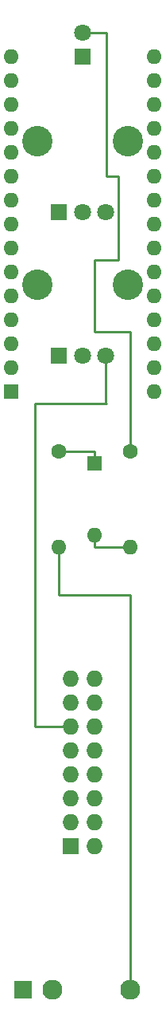
<source format=gtl>
G04 #@! TF.GenerationSoftware,KiCad,Pcbnew,(5.1.2)-2*
G04 #@! TF.CreationDate,2019-07-05T08:21:06+01:00*
G04 #@! TF.ProjectId,mod_synth_clk,6d6f645f-7379-46e7-9468-5f636c6b2e6b,rev?*
G04 #@! TF.SameCoordinates,Original*
G04 #@! TF.FileFunction,Copper,L1,Top*
G04 #@! TF.FilePolarity,Positive*
%FSLAX46Y46*%
G04 Gerber Fmt 4.6, Leading zero omitted, Abs format (unit mm)*
G04 Created by KiCad (PCBNEW (5.1.2)-2) date 2019-07-05 08:21:06*
%MOMM*%
%LPD*%
G04 APERTURE LIST*
%ADD10O,1.727200X1.727200*%
%ADD11R,1.727200X1.727200*%
%ADD12C,3.240000*%
%ADD13C,1.800000*%
%ADD14R,1.800000X1.800000*%
%ADD15O,1.600000X1.600000*%
%ADD16C,1.600000*%
%ADD17C,2.130000*%
%ADD18R,1.830000X1.930000*%
%ADD19R,1.600000X1.600000*%
%ADD20C,0.250000*%
G04 APERTURE END LIST*
D10*
X48260000Y-99060000D03*
X45720000Y-99060000D03*
X48260000Y-101600000D03*
X45720000Y-101600000D03*
X48260000Y-104140000D03*
X45720000Y-104140000D03*
X48260000Y-106680000D03*
X45720000Y-106680000D03*
X48260000Y-109220000D03*
X45720000Y-109220000D03*
X48260000Y-111760000D03*
X45720000Y-111760000D03*
X48260000Y-114300000D03*
X45720000Y-114300000D03*
X48260000Y-116840000D03*
D11*
X45720000Y-116840000D03*
D12*
X42150000Y-57270000D03*
X51750000Y-57270000D03*
D13*
X49450000Y-64770000D03*
X46950000Y-64770000D03*
D14*
X44450000Y-64770000D03*
D12*
X42150000Y-42030000D03*
X51750000Y-42030000D03*
D13*
X49450000Y-49530000D03*
X46950000Y-49530000D03*
D14*
X44450000Y-49530000D03*
D15*
X52070000Y-85090000D03*
D16*
X52070000Y-74930000D03*
D15*
X44450000Y-85090000D03*
D16*
X44450000Y-74930000D03*
D17*
X52040000Y-132080000D03*
D18*
X40640000Y-132080000D03*
D17*
X43740000Y-132080000D03*
D13*
X46990000Y-30480000D03*
D14*
X46990000Y-33020000D03*
D15*
X48260000Y-83820000D03*
D19*
X48260000Y-76200000D03*
D15*
X54610000Y-33020000D03*
X39370000Y-33020000D03*
X54610000Y-68580000D03*
X39370000Y-35560000D03*
X54610000Y-66040000D03*
X39370000Y-38100000D03*
X54610000Y-63500000D03*
X39370000Y-40640000D03*
X54610000Y-60960000D03*
X39370000Y-43180000D03*
X54610000Y-58420000D03*
X39370000Y-45720000D03*
X54610000Y-55880000D03*
X39370000Y-48260000D03*
X54610000Y-53340000D03*
X39370000Y-50800000D03*
X54610000Y-50800000D03*
X39370000Y-53340000D03*
X54610000Y-48260000D03*
X39370000Y-55880000D03*
X54610000Y-45720000D03*
X39370000Y-58420000D03*
X54610000Y-43180000D03*
X39370000Y-60960000D03*
X54610000Y-40640000D03*
X39370000Y-63500000D03*
X54610000Y-38100000D03*
X39370000Y-66040000D03*
X54610000Y-35560000D03*
D19*
X39370000Y-68580000D03*
D20*
X48260000Y-83820000D02*
X48260000Y-85090000D01*
X48260000Y-85090000D02*
X52070000Y-85090000D01*
X45720000Y-104140000D02*
X41910000Y-104140000D01*
X41910000Y-104140000D02*
X41910000Y-69850000D01*
X41910000Y-69850000D02*
X49530000Y-69850000D01*
X49450000Y-69770000D02*
X49450000Y-64770000D01*
X49530000Y-69850000D02*
X49450000Y-69770000D01*
X44450000Y-74930000D02*
X48260000Y-74930000D01*
X48260000Y-74930000D02*
X48260000Y-76200000D01*
X52070000Y-62230000D02*
X52070000Y-74930000D01*
X48260000Y-62230000D02*
X52070000Y-62230000D01*
X49530000Y-30480000D02*
X49530000Y-45720000D01*
X49530000Y-45720000D02*
X50800000Y-45720000D01*
X50800000Y-45720000D02*
X50800000Y-54610000D01*
X46990000Y-30480000D02*
X49530000Y-30480000D01*
X50800000Y-54610000D02*
X48260000Y-54610000D01*
X48260000Y-54610000D02*
X48260000Y-62230000D01*
X52040000Y-132080000D02*
X52040000Y-90200000D01*
X52040000Y-90200000D02*
X52010000Y-90170000D01*
X52010000Y-90170000D02*
X44450000Y-90170000D01*
X44450000Y-90170000D02*
X44450000Y-85090000D01*
M02*

</source>
